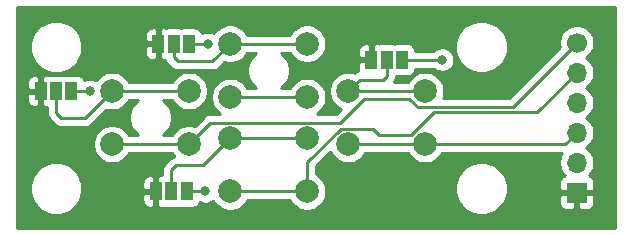
<source format=gbr>
%TF.GenerationSoftware,KiCad,Pcbnew,5.1.7-a382d34a8~88~ubuntu18.04.1*%
%TF.CreationDate,2021-06-07T00:47:52+02:00*%
%TF.ProjectId,button-board-6x6mm-4buttons,62757474-6f6e-42d6-926f-6172642d3678,v1r1*%
%TF.SameCoordinates,Original*%
%TF.FileFunction,Copper,L2,Bot*%
%TF.FilePolarity,Positive*%
%FSLAX46Y46*%
G04 Gerber Fmt 4.6, Leading zero omitted, Abs format (unit mm)*
G04 Created by KiCad (PCBNEW 5.1.7-a382d34a8~88~ubuntu18.04.1) date 2021-06-07 00:47:52*
%MOMM*%
%LPD*%
G01*
G04 APERTURE LIST*
%TA.AperFunction,SMDPad,CuDef*%
%ADD10R,1.000000X1.500000*%
%TD*%
%TA.AperFunction,ComponentPad*%
%ADD11R,1.700000X1.700000*%
%TD*%
%TA.AperFunction,ComponentPad*%
%ADD12O,1.700000X1.700000*%
%TD*%
%TA.AperFunction,ComponentPad*%
%ADD13C,1.700000*%
%TD*%
%TA.AperFunction,ComponentPad*%
%ADD14C,2.000000*%
%TD*%
%TA.AperFunction,ViaPad*%
%ADD15C,0.800000*%
%TD*%
%TA.AperFunction,Conductor*%
%ADD16C,0.250000*%
%TD*%
%TA.AperFunction,Conductor*%
%ADD17C,0.254000*%
%TD*%
%TA.AperFunction,Conductor*%
%ADD18C,0.100000*%
%TD*%
G04 APERTURE END LIST*
D10*
%TO.P,JP4,1*%
%TO.N,GND*%
X67200000Y-37100000D03*
%TO.P,JP4,2*%
%TO.N,Net-(JP4-Pad2)*%
X68500000Y-37100000D03*
%TO.P,JP4,3*%
%TO.N,VCC*%
X69800000Y-37100000D03*
%TD*%
%TO.P,JP3,1*%
%TO.N,GND*%
X49150000Y-35750000D03*
%TO.P,JP3,2*%
%TO.N,Net-(JP3-Pad2)*%
X50450000Y-35750000D03*
%TO.P,JP3,3*%
%TO.N,VCC*%
X51750000Y-35750000D03*
%TD*%
%TO.P,JP2,1*%
%TO.N,GND*%
X48950000Y-48250000D03*
%TO.P,JP2,2*%
%TO.N,Net-(JP2-Pad2)*%
X50250000Y-48250000D03*
%TO.P,JP2,3*%
%TO.N,VCC*%
X51550000Y-48250000D03*
%TD*%
%TO.P,JP1,1*%
%TO.N,GND*%
X39200000Y-39750000D03*
%TO.P,JP1,2*%
%TO.N,Net-(JP1-Pad2)*%
X40500000Y-39750000D03*
%TO.P,JP1,3*%
%TO.N,VCC*%
X41800000Y-39750000D03*
%TD*%
D11*
%TO.P,J1,6*%
%TO.N,GND*%
X84600000Y-48350000D03*
D12*
%TO.P,J1,5*%
%TO.N,VCC*%
X84600000Y-45810000D03*
%TO.P,J1,4*%
%TO.N,Net-(J1-Pad4)*%
X84600000Y-43270000D03*
%TO.P,J1,3*%
%TO.N,Net-(J1-Pad3)*%
X84600000Y-40730000D03*
%TO.P,J1,2*%
%TO.N,Net-(J1-Pad2)*%
X84600000Y-38190000D03*
D13*
%TO.P,J1,1*%
%TO.N,Net-(J1-Pad1)*%
X84600000Y-35650000D03*
%TD*%
D14*
%TO.P,SW4,1*%
%TO.N,Net-(JP4-Pad2)*%
X71750000Y-39750000D03*
%TO.P,SW4,2*%
%TO.N,Net-(J1-Pad4)*%
X71750000Y-44250000D03*
%TO.P,SW4,1*%
%TO.N,Net-(JP4-Pad2)*%
X65250000Y-39750000D03*
%TO.P,SW4,2*%
%TO.N,Net-(J1-Pad4)*%
X65250000Y-44250000D03*
%TD*%
%TO.P,SW3,1*%
%TO.N,Net-(JP3-Pad2)*%
X61750000Y-35750000D03*
%TO.P,SW3,2*%
%TO.N,Net-(J1-Pad3)*%
X61750000Y-40250000D03*
%TO.P,SW3,1*%
%TO.N,Net-(JP3-Pad2)*%
X55250000Y-35750000D03*
%TO.P,SW3,2*%
%TO.N,Net-(J1-Pad3)*%
X55250000Y-40250000D03*
%TD*%
%TO.P,SW2,1*%
%TO.N,Net-(JP2-Pad2)*%
X61750000Y-43750000D03*
%TO.P,SW2,2*%
%TO.N,Net-(J1-Pad2)*%
X61750000Y-48250000D03*
%TO.P,SW2,1*%
%TO.N,Net-(JP2-Pad2)*%
X55250000Y-43750000D03*
%TO.P,SW2,2*%
%TO.N,Net-(J1-Pad2)*%
X55250000Y-48250000D03*
%TD*%
%TO.P,SW1,1*%
%TO.N,Net-(JP1-Pad2)*%
X51750000Y-39750000D03*
%TO.P,SW1,2*%
%TO.N,Net-(J1-Pad1)*%
X51750000Y-44250000D03*
%TO.P,SW1,1*%
%TO.N,Net-(JP1-Pad2)*%
X45250000Y-39750000D03*
%TO.P,SW1,2*%
%TO.N,Net-(J1-Pad1)*%
X45250000Y-44250000D03*
%TD*%
D15*
%TO.N,VCC*%
X73200000Y-37100000D03*
X53350000Y-35750000D03*
X53150000Y-48250000D03*
X43350000Y-39750000D03*
%TD*%
D16*
%TO.N,Net-(J1-Pad3)*%
X55250000Y-40250000D02*
X61750000Y-40250000D01*
%TO.N,VCC*%
X69800000Y-37100000D02*
X73200000Y-37100000D01*
X73200000Y-37100000D02*
X73300000Y-37100000D01*
X51750000Y-35750000D02*
X53350000Y-35750000D01*
X53350000Y-35750000D02*
X53350000Y-35750000D01*
X41800000Y-39750000D02*
X43350000Y-39750000D01*
X51550000Y-48250000D02*
X53150000Y-48250000D01*
X53150000Y-48250000D02*
X53150000Y-48250000D01*
X43350000Y-39750000D02*
X43350000Y-39750000D01*
%TO.N,Net-(J1-Pad4)*%
X83620000Y-44250000D02*
X84600000Y-43270000D01*
X71750000Y-44250000D02*
X83620000Y-44250000D01*
X65250000Y-44250000D02*
X71750000Y-44250000D01*
%TO.N,Net-(J1-Pad2)*%
X55250000Y-48250000D02*
X61750000Y-48250000D01*
X81264989Y-41525011D02*
X84600000Y-38190000D01*
X72513987Y-41525011D02*
X81264989Y-41525011D01*
X67875807Y-43501978D02*
X70537020Y-43501978D01*
X67298828Y-42924999D02*
X67875807Y-43501978D01*
X64613999Y-42924999D02*
X67298828Y-42924999D01*
X70537020Y-43501978D02*
X72513987Y-41525011D01*
X61750000Y-45788998D02*
X64613999Y-42924999D01*
X61750000Y-48250000D02*
X61750000Y-45788998D01*
%TO.N,Net-(JP1-Pad2)*%
X51750000Y-39750000D02*
X45250000Y-39750000D01*
X45250000Y-39750000D02*
X42950000Y-42050000D01*
X42950000Y-42050000D02*
X40950000Y-42050000D01*
X40500000Y-41600000D02*
X40500000Y-39750000D01*
X40950000Y-42050000D02*
X40500000Y-41600000D01*
%TO.N,Net-(JP2-Pad2)*%
X61750000Y-43750000D02*
X55250000Y-43750000D01*
X55250000Y-43750000D02*
X52950000Y-46050000D01*
X52950000Y-46050000D02*
X50650000Y-46050000D01*
X50250000Y-46450000D02*
X50250000Y-48250000D01*
X50650000Y-46050000D02*
X50250000Y-46450000D01*
%TO.N,Net-(JP3-Pad2)*%
X61750000Y-35750000D02*
X55250000Y-35750000D01*
X55250000Y-35750000D02*
X53750000Y-37250000D01*
X53750000Y-37250000D02*
X50800000Y-37250000D01*
X50450000Y-36900000D02*
X50450000Y-35750000D01*
X50800000Y-37250000D02*
X50450000Y-36900000D01*
%TO.N,Net-(JP4-Pad2)*%
X71750000Y-39750000D02*
X65250000Y-39750000D01*
X68500000Y-38500000D02*
X68500000Y-37100000D01*
X68200000Y-38800000D02*
X68500000Y-38500000D01*
X65250000Y-39750000D02*
X66200000Y-38800000D01*
X66200000Y-38800000D02*
X68200000Y-38800000D01*
%TO.N,Net-(J1-Pad1)*%
X79174999Y-41075001D02*
X84600000Y-35650000D01*
X71113999Y-41075001D02*
X79174999Y-41075001D01*
X70424999Y-40386001D02*
X71113999Y-41075001D01*
X66575001Y-40386001D02*
X70424999Y-40386001D01*
X64536003Y-42424999D02*
X66575001Y-40386001D01*
X53575001Y-42424999D02*
X64536003Y-42424999D01*
X51750000Y-44250000D02*
X53575001Y-42424999D01*
X51750000Y-44250000D02*
X45250000Y-44250000D01*
%TD*%
D17*
%TO.N,GND*%
X87840001Y-51340000D02*
X37160000Y-51340000D01*
X37160000Y-47796552D01*
X38270380Y-47796552D01*
X38270380Y-48236808D01*
X38356270Y-48668605D01*
X38524749Y-49075349D01*
X38769342Y-49441409D01*
X39080651Y-49752718D01*
X39446711Y-49997311D01*
X39853455Y-50165790D01*
X40285252Y-50251680D01*
X40725508Y-50251680D01*
X41157305Y-50165790D01*
X41564049Y-49997311D01*
X41930109Y-49752718D01*
X42241418Y-49441409D01*
X42486011Y-49075349D01*
X42517221Y-49000000D01*
X47811928Y-49000000D01*
X47824188Y-49124482D01*
X47860498Y-49244180D01*
X47919463Y-49354494D01*
X47998815Y-49451185D01*
X48095506Y-49530537D01*
X48205820Y-49589502D01*
X48325518Y-49625812D01*
X48450000Y-49638072D01*
X48664250Y-49635000D01*
X48823000Y-49476250D01*
X48823000Y-48377000D01*
X47973750Y-48377000D01*
X47815000Y-48535750D01*
X47811928Y-49000000D01*
X42517221Y-49000000D01*
X42654490Y-48668605D01*
X42740380Y-48236808D01*
X42740380Y-47796552D01*
X42681392Y-47500000D01*
X47811928Y-47500000D01*
X47815000Y-47964250D01*
X47973750Y-48123000D01*
X48823000Y-48123000D01*
X48823000Y-47023750D01*
X48664250Y-46865000D01*
X48450000Y-46861928D01*
X48325518Y-46874188D01*
X48205820Y-46910498D01*
X48095506Y-46969463D01*
X47998815Y-47048815D01*
X47919463Y-47145506D01*
X47860498Y-47255820D01*
X47824188Y-47375518D01*
X47811928Y-47500000D01*
X42681392Y-47500000D01*
X42654490Y-47364755D01*
X42486011Y-46958011D01*
X42241418Y-46591951D01*
X41930109Y-46280642D01*
X41564049Y-46036049D01*
X41157305Y-45867570D01*
X40725508Y-45781680D01*
X40285252Y-45781680D01*
X39853455Y-45867570D01*
X39446711Y-46036049D01*
X39080651Y-46280642D01*
X38769342Y-46591951D01*
X38524749Y-46958011D01*
X38356270Y-47364755D01*
X38270380Y-47796552D01*
X37160000Y-47796552D01*
X37160000Y-40500000D01*
X38061928Y-40500000D01*
X38074188Y-40624482D01*
X38110498Y-40744180D01*
X38169463Y-40854494D01*
X38248815Y-40951185D01*
X38345506Y-41030537D01*
X38455820Y-41089502D01*
X38575518Y-41125812D01*
X38700000Y-41138072D01*
X38914250Y-41135000D01*
X39073000Y-40976250D01*
X39073000Y-39877000D01*
X38223750Y-39877000D01*
X38065000Y-40035750D01*
X38061928Y-40500000D01*
X37160000Y-40500000D01*
X37160000Y-39000000D01*
X38061928Y-39000000D01*
X38065000Y-39464250D01*
X38223750Y-39623000D01*
X39073000Y-39623000D01*
X39073000Y-38523750D01*
X39327000Y-38523750D01*
X39327000Y-39623000D01*
X39347000Y-39623000D01*
X39347000Y-39877000D01*
X39327000Y-39877000D01*
X39327000Y-40976250D01*
X39485750Y-41135000D01*
X39700000Y-41138072D01*
X39740000Y-41134132D01*
X39740000Y-41562677D01*
X39736324Y-41600000D01*
X39740000Y-41637322D01*
X39740000Y-41637332D01*
X39750997Y-41748985D01*
X39791793Y-41883475D01*
X39794454Y-41892246D01*
X39865026Y-42024276D01*
X39898458Y-42065012D01*
X39959999Y-42140001D01*
X39989003Y-42163804D01*
X40386196Y-42560997D01*
X40409999Y-42590001D01*
X40483146Y-42650031D01*
X40525723Y-42684974D01*
X40609960Y-42730000D01*
X40657753Y-42755546D01*
X40801014Y-42799003D01*
X40912667Y-42810000D01*
X40912676Y-42810000D01*
X40949999Y-42813676D01*
X40987322Y-42810000D01*
X42912678Y-42810000D01*
X42950000Y-42813676D01*
X42987322Y-42810000D01*
X42987333Y-42810000D01*
X43098986Y-42799003D01*
X43242247Y-42755546D01*
X43374276Y-42684974D01*
X43490001Y-42590001D01*
X43513804Y-42560997D01*
X44758625Y-41316177D01*
X44773088Y-41322168D01*
X45088967Y-41385000D01*
X45411033Y-41385000D01*
X45726912Y-41322168D01*
X46024463Y-41198918D01*
X46292252Y-41019987D01*
X46519987Y-40792252D01*
X46698918Y-40524463D01*
X46704909Y-40510000D01*
X47451891Y-40510000D01*
X47339060Y-40585391D01*
X47085391Y-40839060D01*
X46886084Y-41137344D01*
X46748799Y-41468779D01*
X46678812Y-41820629D01*
X46678812Y-42179371D01*
X46748799Y-42531221D01*
X46886084Y-42862656D01*
X47085391Y-43160940D01*
X47339060Y-43414609D01*
X47451891Y-43490000D01*
X46704909Y-43490000D01*
X46698918Y-43475537D01*
X46519987Y-43207748D01*
X46292252Y-42980013D01*
X46024463Y-42801082D01*
X45726912Y-42677832D01*
X45411033Y-42615000D01*
X45088967Y-42615000D01*
X44773088Y-42677832D01*
X44475537Y-42801082D01*
X44207748Y-42980013D01*
X43980013Y-43207748D01*
X43801082Y-43475537D01*
X43677832Y-43773088D01*
X43615000Y-44088967D01*
X43615000Y-44411033D01*
X43677832Y-44726912D01*
X43801082Y-45024463D01*
X43980013Y-45292252D01*
X44207748Y-45519987D01*
X44475537Y-45698918D01*
X44773088Y-45822168D01*
X45088967Y-45885000D01*
X45411033Y-45885000D01*
X45726912Y-45822168D01*
X46024463Y-45698918D01*
X46292252Y-45519987D01*
X46519987Y-45292252D01*
X46698918Y-45024463D01*
X46704909Y-45010000D01*
X50295091Y-45010000D01*
X50301082Y-45024463D01*
X50480013Y-45292252D01*
X50491610Y-45303849D01*
X50357753Y-45344454D01*
X50225724Y-45415026D01*
X50109999Y-45509999D01*
X50086200Y-45538998D01*
X49739002Y-45886197D01*
X49709999Y-45909999D01*
X49675553Y-45951972D01*
X49615026Y-46025724D01*
X49602050Y-46050001D01*
X49544454Y-46157754D01*
X49500997Y-46301015D01*
X49490000Y-46412668D01*
X49490000Y-46412678D01*
X49486324Y-46450000D01*
X49490000Y-46487323D01*
X49490000Y-46865868D01*
X49450000Y-46861928D01*
X49235750Y-46865000D01*
X49077000Y-47023750D01*
X49077000Y-48123000D01*
X49097000Y-48123000D01*
X49097000Y-48377000D01*
X49077000Y-48377000D01*
X49077000Y-49476250D01*
X49235750Y-49635000D01*
X49450000Y-49638072D01*
X49574482Y-49625812D01*
X49600000Y-49618071D01*
X49625518Y-49625812D01*
X49750000Y-49638072D01*
X50750000Y-49638072D01*
X50874482Y-49625812D01*
X50900000Y-49618071D01*
X50925518Y-49625812D01*
X51050000Y-49638072D01*
X52050000Y-49638072D01*
X52174482Y-49625812D01*
X52294180Y-49589502D01*
X52404494Y-49530537D01*
X52501185Y-49451185D01*
X52580537Y-49354494D01*
X52639502Y-49244180D01*
X52662505Y-49168349D01*
X52848102Y-49245226D01*
X53048061Y-49285000D01*
X53251939Y-49285000D01*
X53451898Y-49245226D01*
X53640256Y-49167205D01*
X53809774Y-49053937D01*
X53816369Y-49047342D01*
X53980013Y-49292252D01*
X54207748Y-49519987D01*
X54475537Y-49698918D01*
X54773088Y-49822168D01*
X55088967Y-49885000D01*
X55411033Y-49885000D01*
X55726912Y-49822168D01*
X56024463Y-49698918D01*
X56292252Y-49519987D01*
X56519987Y-49292252D01*
X56698918Y-49024463D01*
X56704909Y-49010000D01*
X60295091Y-49010000D01*
X60301082Y-49024463D01*
X60480013Y-49292252D01*
X60707748Y-49519987D01*
X60975537Y-49698918D01*
X61273088Y-49822168D01*
X61588967Y-49885000D01*
X61911033Y-49885000D01*
X62226912Y-49822168D01*
X62524463Y-49698918D01*
X62792252Y-49519987D01*
X63019987Y-49292252D01*
X63198918Y-49024463D01*
X63322168Y-48726912D01*
X63385000Y-48411033D01*
X63385000Y-48088967D01*
X63326836Y-47796552D01*
X74262180Y-47796552D01*
X74262180Y-48236808D01*
X74348070Y-48668605D01*
X74516549Y-49075349D01*
X74761142Y-49441409D01*
X75072451Y-49752718D01*
X75438511Y-49997311D01*
X75845255Y-50165790D01*
X76277052Y-50251680D01*
X76717308Y-50251680D01*
X77149105Y-50165790D01*
X77555849Y-49997311D01*
X77921909Y-49752718D01*
X78233218Y-49441409D01*
X78394522Y-49200000D01*
X83111928Y-49200000D01*
X83124188Y-49324482D01*
X83160498Y-49444180D01*
X83219463Y-49554494D01*
X83298815Y-49651185D01*
X83395506Y-49730537D01*
X83505820Y-49789502D01*
X83625518Y-49825812D01*
X83750000Y-49838072D01*
X84314250Y-49835000D01*
X84473000Y-49676250D01*
X84473000Y-48477000D01*
X84727000Y-48477000D01*
X84727000Y-49676250D01*
X84885750Y-49835000D01*
X85450000Y-49838072D01*
X85574482Y-49825812D01*
X85694180Y-49789502D01*
X85804494Y-49730537D01*
X85901185Y-49651185D01*
X85980537Y-49554494D01*
X86039502Y-49444180D01*
X86075812Y-49324482D01*
X86088072Y-49200000D01*
X86085000Y-48635750D01*
X85926250Y-48477000D01*
X84727000Y-48477000D01*
X84473000Y-48477000D01*
X83273750Y-48477000D01*
X83115000Y-48635750D01*
X83111928Y-49200000D01*
X78394522Y-49200000D01*
X78477811Y-49075349D01*
X78646290Y-48668605D01*
X78732180Y-48236808D01*
X78732180Y-47796552D01*
X78646290Y-47364755D01*
X78477811Y-46958011D01*
X78233218Y-46591951D01*
X77921909Y-46280642D01*
X77555849Y-46036049D01*
X77149105Y-45867570D01*
X76717308Y-45781680D01*
X76277052Y-45781680D01*
X75845255Y-45867570D01*
X75438511Y-46036049D01*
X75072451Y-46280642D01*
X74761142Y-46591951D01*
X74516549Y-46958011D01*
X74348070Y-47364755D01*
X74262180Y-47796552D01*
X63326836Y-47796552D01*
X63322168Y-47773088D01*
X63198918Y-47475537D01*
X63019987Y-47207748D01*
X62792252Y-46980013D01*
X62524463Y-46801082D01*
X62510000Y-46795091D01*
X62510000Y-46103799D01*
X63739063Y-44874736D01*
X63801082Y-45024463D01*
X63980013Y-45292252D01*
X64207748Y-45519987D01*
X64475537Y-45698918D01*
X64773088Y-45822168D01*
X65088967Y-45885000D01*
X65411033Y-45885000D01*
X65726912Y-45822168D01*
X66024463Y-45698918D01*
X66292252Y-45519987D01*
X66519987Y-45292252D01*
X66698918Y-45024463D01*
X66704909Y-45010000D01*
X70295091Y-45010000D01*
X70301082Y-45024463D01*
X70480013Y-45292252D01*
X70707748Y-45519987D01*
X70975537Y-45698918D01*
X71273088Y-45822168D01*
X71588967Y-45885000D01*
X71911033Y-45885000D01*
X72226912Y-45822168D01*
X72524463Y-45698918D01*
X72792252Y-45519987D01*
X73019987Y-45292252D01*
X73198918Y-45024463D01*
X73204909Y-45010000D01*
X83348549Y-45010000D01*
X83284010Y-45106589D01*
X83172068Y-45376842D01*
X83115000Y-45663740D01*
X83115000Y-45956260D01*
X83172068Y-46243158D01*
X83284010Y-46513411D01*
X83446525Y-46756632D01*
X83578380Y-46888487D01*
X83505820Y-46910498D01*
X83395506Y-46969463D01*
X83298815Y-47048815D01*
X83219463Y-47145506D01*
X83160498Y-47255820D01*
X83124188Y-47375518D01*
X83111928Y-47500000D01*
X83115000Y-48064250D01*
X83273750Y-48223000D01*
X84473000Y-48223000D01*
X84473000Y-48203000D01*
X84727000Y-48203000D01*
X84727000Y-48223000D01*
X85926250Y-48223000D01*
X86085000Y-48064250D01*
X86088072Y-47500000D01*
X86075812Y-47375518D01*
X86039502Y-47255820D01*
X85980537Y-47145506D01*
X85901185Y-47048815D01*
X85804494Y-46969463D01*
X85694180Y-46910498D01*
X85621620Y-46888487D01*
X85753475Y-46756632D01*
X85915990Y-46513411D01*
X86027932Y-46243158D01*
X86085000Y-45956260D01*
X86085000Y-45663740D01*
X86027932Y-45376842D01*
X85915990Y-45106589D01*
X85753475Y-44863368D01*
X85546632Y-44656525D01*
X85372240Y-44540000D01*
X85546632Y-44423475D01*
X85753475Y-44216632D01*
X85915990Y-43973411D01*
X86027932Y-43703158D01*
X86085000Y-43416260D01*
X86085000Y-43123740D01*
X86027932Y-42836842D01*
X85915990Y-42566589D01*
X85753475Y-42323368D01*
X85546632Y-42116525D01*
X85372240Y-42000000D01*
X85546632Y-41883475D01*
X85753475Y-41676632D01*
X85915990Y-41433411D01*
X86027932Y-41163158D01*
X86085000Y-40876260D01*
X86085000Y-40583740D01*
X86027932Y-40296842D01*
X85915990Y-40026589D01*
X85753475Y-39783368D01*
X85546632Y-39576525D01*
X85372240Y-39460000D01*
X85546632Y-39343475D01*
X85753475Y-39136632D01*
X85915990Y-38893411D01*
X86027932Y-38623158D01*
X86085000Y-38336260D01*
X86085000Y-38043740D01*
X86027932Y-37756842D01*
X85915990Y-37486589D01*
X85753475Y-37243368D01*
X85546632Y-37036525D01*
X85372240Y-36920000D01*
X85546632Y-36803475D01*
X85753475Y-36596632D01*
X85915990Y-36353411D01*
X86027932Y-36083158D01*
X86085000Y-35796260D01*
X86085000Y-35503740D01*
X86027932Y-35216842D01*
X85915990Y-34946589D01*
X85753475Y-34703368D01*
X85546632Y-34496525D01*
X85303411Y-34334010D01*
X85033158Y-34222068D01*
X84746260Y-34165000D01*
X84453740Y-34165000D01*
X84166842Y-34222068D01*
X83896589Y-34334010D01*
X83653368Y-34496525D01*
X83446525Y-34703368D01*
X83284010Y-34946589D01*
X83172068Y-35216842D01*
X83115000Y-35503740D01*
X83115000Y-35796260D01*
X83158790Y-36016408D01*
X78860198Y-40315001D01*
X73285680Y-40315001D01*
X73322168Y-40226912D01*
X73385000Y-39911033D01*
X73385000Y-39588967D01*
X73322168Y-39273088D01*
X73198918Y-38975537D01*
X73019987Y-38707748D01*
X72792252Y-38480013D01*
X72524463Y-38301082D01*
X72226912Y-38177832D01*
X71911033Y-38115000D01*
X71588967Y-38115000D01*
X71273088Y-38177832D01*
X70975537Y-38301082D01*
X70707748Y-38480013D01*
X70480013Y-38707748D01*
X70301082Y-38975537D01*
X70295091Y-38990000D01*
X69081036Y-38990000D01*
X69134974Y-38924276D01*
X69205546Y-38792247D01*
X69249003Y-38648986D01*
X69260000Y-38537333D01*
X69260000Y-38537324D01*
X69263676Y-38500001D01*
X69262134Y-38484343D01*
X69300000Y-38488072D01*
X70300000Y-38488072D01*
X70424482Y-38475812D01*
X70544180Y-38439502D01*
X70654494Y-38380537D01*
X70751185Y-38301185D01*
X70830537Y-38204494D01*
X70889502Y-38094180D01*
X70925812Y-37974482D01*
X70937087Y-37860000D01*
X72496289Y-37860000D01*
X72540226Y-37903937D01*
X72709744Y-38017205D01*
X72898102Y-38095226D01*
X73098061Y-38135000D01*
X73301939Y-38135000D01*
X73501898Y-38095226D01*
X73690256Y-38017205D01*
X73859774Y-37903937D01*
X74003937Y-37759774D01*
X74117205Y-37590256D01*
X74195226Y-37401898D01*
X74235000Y-37201939D01*
X74235000Y-36998061D01*
X74195226Y-36798102D01*
X74117205Y-36609744D01*
X74003937Y-36440226D01*
X73859774Y-36296063D01*
X73690256Y-36182795D01*
X73501898Y-36104774D01*
X73301939Y-36065000D01*
X73098061Y-36065000D01*
X72898102Y-36104774D01*
X72709744Y-36182795D01*
X72540226Y-36296063D01*
X72496289Y-36340000D01*
X70937087Y-36340000D01*
X70925812Y-36225518D01*
X70889502Y-36105820D01*
X70830537Y-35995506D01*
X70751185Y-35898815D01*
X70654494Y-35819463D01*
X70611632Y-35796552D01*
X74262180Y-35796552D01*
X74262180Y-36236808D01*
X74348070Y-36668605D01*
X74516549Y-37075349D01*
X74761142Y-37441409D01*
X75072451Y-37752718D01*
X75438511Y-37997311D01*
X75845255Y-38165790D01*
X76277052Y-38251680D01*
X76717308Y-38251680D01*
X77149105Y-38165790D01*
X77555849Y-37997311D01*
X77921909Y-37752718D01*
X78233218Y-37441409D01*
X78477811Y-37075349D01*
X78646290Y-36668605D01*
X78732180Y-36236808D01*
X78732180Y-35796552D01*
X78646290Y-35364755D01*
X78477811Y-34958011D01*
X78233218Y-34591951D01*
X77921909Y-34280642D01*
X77555849Y-34036049D01*
X77149105Y-33867570D01*
X76717308Y-33781680D01*
X76277052Y-33781680D01*
X75845255Y-33867570D01*
X75438511Y-34036049D01*
X75072451Y-34280642D01*
X74761142Y-34591951D01*
X74516549Y-34958011D01*
X74348070Y-35364755D01*
X74262180Y-35796552D01*
X70611632Y-35796552D01*
X70544180Y-35760498D01*
X70424482Y-35724188D01*
X70300000Y-35711928D01*
X69300000Y-35711928D01*
X69175518Y-35724188D01*
X69150000Y-35731929D01*
X69124482Y-35724188D01*
X69000000Y-35711928D01*
X68000000Y-35711928D01*
X67875518Y-35724188D01*
X67850000Y-35731929D01*
X67824482Y-35724188D01*
X67700000Y-35711928D01*
X67485750Y-35715000D01*
X67327000Y-35873750D01*
X67327000Y-36973000D01*
X67347000Y-36973000D01*
X67347000Y-37227000D01*
X67327000Y-37227000D01*
X67327000Y-37247000D01*
X67073000Y-37247000D01*
X67073000Y-37227000D01*
X66223750Y-37227000D01*
X66065000Y-37385750D01*
X66061928Y-37850000D01*
X66074188Y-37974482D01*
X66096053Y-38046561D01*
X66051014Y-38050997D01*
X65908656Y-38094180D01*
X65907753Y-38094454D01*
X65775723Y-38165026D01*
X65748981Y-38186973D01*
X65726912Y-38177832D01*
X65411033Y-38115000D01*
X65088967Y-38115000D01*
X64773088Y-38177832D01*
X64475537Y-38301082D01*
X64207748Y-38480013D01*
X63980013Y-38707748D01*
X63801082Y-38975537D01*
X63677832Y-39273088D01*
X63615000Y-39588967D01*
X63615000Y-39911033D01*
X63677832Y-40226912D01*
X63801082Y-40524463D01*
X63980013Y-40792252D01*
X64207748Y-41019987D01*
X64475537Y-41198918D01*
X64625264Y-41260937D01*
X64221202Y-41664999D01*
X62575226Y-41664999D01*
X62792252Y-41519987D01*
X63019987Y-41292252D01*
X63198918Y-41024463D01*
X63322168Y-40726912D01*
X63385000Y-40411033D01*
X63385000Y-40088967D01*
X63322168Y-39773088D01*
X63198918Y-39475537D01*
X63019987Y-39207748D01*
X62792252Y-38980013D01*
X62524463Y-38801082D01*
X62226912Y-38677832D01*
X61911033Y-38615000D01*
X61588967Y-38615000D01*
X61273088Y-38677832D01*
X60975537Y-38801082D01*
X60707748Y-38980013D01*
X60480013Y-39207748D01*
X60301082Y-39475537D01*
X60295091Y-39490000D01*
X59548109Y-39490000D01*
X59660940Y-39414609D01*
X59914609Y-39160940D01*
X60113916Y-38862656D01*
X60251201Y-38531221D01*
X60321188Y-38179371D01*
X60321188Y-37820629D01*
X60251201Y-37468779D01*
X60113916Y-37137344D01*
X59914609Y-36839060D01*
X59660940Y-36585391D01*
X59548109Y-36510000D01*
X60295091Y-36510000D01*
X60301082Y-36524463D01*
X60480013Y-36792252D01*
X60707748Y-37019987D01*
X60975537Y-37198918D01*
X61273088Y-37322168D01*
X61588967Y-37385000D01*
X61911033Y-37385000D01*
X62226912Y-37322168D01*
X62524463Y-37198918D01*
X62792252Y-37019987D01*
X63019987Y-36792252D01*
X63198918Y-36524463D01*
X63271183Y-36350000D01*
X66061928Y-36350000D01*
X66065000Y-36814250D01*
X66223750Y-36973000D01*
X67073000Y-36973000D01*
X67073000Y-35873750D01*
X66914250Y-35715000D01*
X66700000Y-35711928D01*
X66575518Y-35724188D01*
X66455820Y-35760498D01*
X66345506Y-35819463D01*
X66248815Y-35898815D01*
X66169463Y-35995506D01*
X66110498Y-36105820D01*
X66074188Y-36225518D01*
X66061928Y-36350000D01*
X63271183Y-36350000D01*
X63322168Y-36226912D01*
X63385000Y-35911033D01*
X63385000Y-35588967D01*
X63322168Y-35273088D01*
X63198918Y-34975537D01*
X63019987Y-34707748D01*
X62792252Y-34480013D01*
X62524463Y-34301082D01*
X62226912Y-34177832D01*
X61911033Y-34115000D01*
X61588967Y-34115000D01*
X61273088Y-34177832D01*
X60975537Y-34301082D01*
X60707748Y-34480013D01*
X60480013Y-34707748D01*
X60301082Y-34975537D01*
X60295091Y-34990000D01*
X56704909Y-34990000D01*
X56698918Y-34975537D01*
X56519987Y-34707748D01*
X56292252Y-34480013D01*
X56024463Y-34301082D01*
X55726912Y-34177832D01*
X55411033Y-34115000D01*
X55088967Y-34115000D01*
X54773088Y-34177832D01*
X54475537Y-34301082D01*
X54207748Y-34480013D01*
X53980013Y-34707748D01*
X53879112Y-34858757D01*
X53840256Y-34832795D01*
X53651898Y-34754774D01*
X53451939Y-34715000D01*
X53248061Y-34715000D01*
X53048102Y-34754774D01*
X52862505Y-34831651D01*
X52839502Y-34755820D01*
X52780537Y-34645506D01*
X52701185Y-34548815D01*
X52604494Y-34469463D01*
X52494180Y-34410498D01*
X52374482Y-34374188D01*
X52250000Y-34361928D01*
X51250000Y-34361928D01*
X51125518Y-34374188D01*
X51100000Y-34381929D01*
X51074482Y-34374188D01*
X50950000Y-34361928D01*
X49950000Y-34361928D01*
X49825518Y-34374188D01*
X49800000Y-34381929D01*
X49774482Y-34374188D01*
X49650000Y-34361928D01*
X49435750Y-34365000D01*
X49277000Y-34523750D01*
X49277000Y-35623000D01*
X49297000Y-35623000D01*
X49297000Y-35877000D01*
X49277000Y-35877000D01*
X49277000Y-36976250D01*
X49435750Y-37135000D01*
X49650000Y-37138072D01*
X49725758Y-37130611D01*
X49744454Y-37192246D01*
X49815026Y-37324276D01*
X49854871Y-37372826D01*
X49909999Y-37440001D01*
X49939003Y-37463804D01*
X50236196Y-37760997D01*
X50259999Y-37790001D01*
X50375724Y-37884974D01*
X50507753Y-37955546D01*
X50651014Y-37999003D01*
X50762667Y-38010000D01*
X50762675Y-38010000D01*
X50800000Y-38013676D01*
X50837325Y-38010000D01*
X53712678Y-38010000D01*
X53750000Y-38013676D01*
X53787322Y-38010000D01*
X53787333Y-38010000D01*
X53898986Y-37999003D01*
X54042247Y-37955546D01*
X54174276Y-37884974D01*
X54290001Y-37790001D01*
X54313804Y-37760997D01*
X54758624Y-37316177D01*
X54773088Y-37322168D01*
X55088967Y-37385000D01*
X55411033Y-37385000D01*
X55726912Y-37322168D01*
X56024463Y-37198918D01*
X56292252Y-37019987D01*
X56519987Y-36792252D01*
X56698918Y-36524463D01*
X56704909Y-36510000D01*
X57451891Y-36510000D01*
X57339060Y-36585391D01*
X57085391Y-36839060D01*
X56886084Y-37137344D01*
X56748799Y-37468779D01*
X56678812Y-37820629D01*
X56678812Y-38179371D01*
X56748799Y-38531221D01*
X56886084Y-38862656D01*
X57085391Y-39160940D01*
X57339060Y-39414609D01*
X57451891Y-39490000D01*
X56704909Y-39490000D01*
X56698918Y-39475537D01*
X56519987Y-39207748D01*
X56292252Y-38980013D01*
X56024463Y-38801082D01*
X55726912Y-38677832D01*
X55411033Y-38615000D01*
X55088967Y-38615000D01*
X54773088Y-38677832D01*
X54475537Y-38801082D01*
X54207748Y-38980013D01*
X53980013Y-39207748D01*
X53801082Y-39475537D01*
X53677832Y-39773088D01*
X53615000Y-40088967D01*
X53615000Y-40411033D01*
X53677832Y-40726912D01*
X53801082Y-41024463D01*
X53980013Y-41292252D01*
X54207748Y-41519987D01*
X54424774Y-41664999D01*
X53612323Y-41664999D01*
X53575000Y-41661323D01*
X53537677Y-41664999D01*
X53537668Y-41664999D01*
X53426015Y-41675996D01*
X53282754Y-41719453D01*
X53150725Y-41790025D01*
X53035000Y-41884998D01*
X53011202Y-41913996D01*
X52241375Y-42683823D01*
X52226912Y-42677832D01*
X51911033Y-42615000D01*
X51588967Y-42615000D01*
X51273088Y-42677832D01*
X50975537Y-42801082D01*
X50707748Y-42980013D01*
X50480013Y-43207748D01*
X50301082Y-43475537D01*
X50295091Y-43490000D01*
X49548109Y-43490000D01*
X49660940Y-43414609D01*
X49914609Y-43160940D01*
X50113916Y-42862656D01*
X50251201Y-42531221D01*
X50321188Y-42179371D01*
X50321188Y-41820629D01*
X50251201Y-41468779D01*
X50113916Y-41137344D01*
X49914609Y-40839060D01*
X49660940Y-40585391D01*
X49548109Y-40510000D01*
X50295091Y-40510000D01*
X50301082Y-40524463D01*
X50480013Y-40792252D01*
X50707748Y-41019987D01*
X50975537Y-41198918D01*
X51273088Y-41322168D01*
X51588967Y-41385000D01*
X51911033Y-41385000D01*
X52226912Y-41322168D01*
X52524463Y-41198918D01*
X52792252Y-41019987D01*
X53019987Y-40792252D01*
X53198918Y-40524463D01*
X53322168Y-40226912D01*
X53385000Y-39911033D01*
X53385000Y-39588967D01*
X53322168Y-39273088D01*
X53198918Y-38975537D01*
X53019987Y-38707748D01*
X52792252Y-38480013D01*
X52524463Y-38301082D01*
X52226912Y-38177832D01*
X51911033Y-38115000D01*
X51588967Y-38115000D01*
X51273088Y-38177832D01*
X50975537Y-38301082D01*
X50707748Y-38480013D01*
X50480013Y-38707748D01*
X50301082Y-38975537D01*
X50295091Y-38990000D01*
X46704909Y-38990000D01*
X46698918Y-38975537D01*
X46519987Y-38707748D01*
X46292252Y-38480013D01*
X46024463Y-38301082D01*
X45726912Y-38177832D01*
X45411033Y-38115000D01*
X45088967Y-38115000D01*
X44773088Y-38177832D01*
X44475537Y-38301082D01*
X44207748Y-38480013D01*
X43980013Y-38707748D01*
X43879112Y-38858757D01*
X43840256Y-38832795D01*
X43651898Y-38754774D01*
X43451939Y-38715000D01*
X43248061Y-38715000D01*
X43048102Y-38754774D01*
X42906924Y-38813252D01*
X42889502Y-38755820D01*
X42830537Y-38645506D01*
X42751185Y-38548815D01*
X42654494Y-38469463D01*
X42544180Y-38410498D01*
X42424482Y-38374188D01*
X42300000Y-38361928D01*
X41300000Y-38361928D01*
X41175518Y-38374188D01*
X41150000Y-38381929D01*
X41124482Y-38374188D01*
X41000000Y-38361928D01*
X40000000Y-38361928D01*
X39875518Y-38374188D01*
X39850000Y-38381929D01*
X39824482Y-38374188D01*
X39700000Y-38361928D01*
X39485750Y-38365000D01*
X39327000Y-38523750D01*
X39073000Y-38523750D01*
X38914250Y-38365000D01*
X38700000Y-38361928D01*
X38575518Y-38374188D01*
X38455820Y-38410498D01*
X38345506Y-38469463D01*
X38248815Y-38548815D01*
X38169463Y-38645506D01*
X38110498Y-38755820D01*
X38074188Y-38875518D01*
X38061928Y-39000000D01*
X37160000Y-39000000D01*
X37160000Y-35796552D01*
X38270380Y-35796552D01*
X38270380Y-36236808D01*
X38356270Y-36668605D01*
X38524749Y-37075349D01*
X38769342Y-37441409D01*
X39080651Y-37752718D01*
X39446711Y-37997311D01*
X39853455Y-38165790D01*
X40285252Y-38251680D01*
X40725508Y-38251680D01*
X41157305Y-38165790D01*
X41564049Y-37997311D01*
X41930109Y-37752718D01*
X42241418Y-37441409D01*
X42486011Y-37075349D01*
X42654490Y-36668605D01*
X42688027Y-36500000D01*
X48011928Y-36500000D01*
X48024188Y-36624482D01*
X48060498Y-36744180D01*
X48119463Y-36854494D01*
X48198815Y-36951185D01*
X48295506Y-37030537D01*
X48405820Y-37089502D01*
X48525518Y-37125812D01*
X48650000Y-37138072D01*
X48864250Y-37135000D01*
X49023000Y-36976250D01*
X49023000Y-35877000D01*
X48173750Y-35877000D01*
X48015000Y-36035750D01*
X48011928Y-36500000D01*
X42688027Y-36500000D01*
X42740380Y-36236808D01*
X42740380Y-35796552D01*
X42654490Y-35364755D01*
X42503404Y-35000000D01*
X48011928Y-35000000D01*
X48015000Y-35464250D01*
X48173750Y-35623000D01*
X49023000Y-35623000D01*
X49023000Y-34523750D01*
X48864250Y-34365000D01*
X48650000Y-34361928D01*
X48525518Y-34374188D01*
X48405820Y-34410498D01*
X48295506Y-34469463D01*
X48198815Y-34548815D01*
X48119463Y-34645506D01*
X48060498Y-34755820D01*
X48024188Y-34875518D01*
X48011928Y-35000000D01*
X42503404Y-35000000D01*
X42486011Y-34958011D01*
X42241418Y-34591951D01*
X41930109Y-34280642D01*
X41564049Y-34036049D01*
X41157305Y-33867570D01*
X40725508Y-33781680D01*
X40285252Y-33781680D01*
X39853455Y-33867570D01*
X39446711Y-34036049D01*
X39080651Y-34280642D01*
X38769342Y-34591951D01*
X38524749Y-34958011D01*
X38356270Y-35364755D01*
X38270380Y-35796552D01*
X37160000Y-35796552D01*
X37160000Y-32667275D01*
X37160666Y-32660487D01*
X37165301Y-32660000D01*
X87840000Y-32660000D01*
X87840001Y-51340000D01*
%TA.AperFunction,Conductor*%
D18*
G36*
X87840001Y-51340000D02*
G01*
X37160000Y-51340000D01*
X37160000Y-47796552D01*
X38270380Y-47796552D01*
X38270380Y-48236808D01*
X38356270Y-48668605D01*
X38524749Y-49075349D01*
X38769342Y-49441409D01*
X39080651Y-49752718D01*
X39446711Y-49997311D01*
X39853455Y-50165790D01*
X40285252Y-50251680D01*
X40725508Y-50251680D01*
X41157305Y-50165790D01*
X41564049Y-49997311D01*
X41930109Y-49752718D01*
X42241418Y-49441409D01*
X42486011Y-49075349D01*
X42517221Y-49000000D01*
X47811928Y-49000000D01*
X47824188Y-49124482D01*
X47860498Y-49244180D01*
X47919463Y-49354494D01*
X47998815Y-49451185D01*
X48095506Y-49530537D01*
X48205820Y-49589502D01*
X48325518Y-49625812D01*
X48450000Y-49638072D01*
X48664250Y-49635000D01*
X48823000Y-49476250D01*
X48823000Y-48377000D01*
X47973750Y-48377000D01*
X47815000Y-48535750D01*
X47811928Y-49000000D01*
X42517221Y-49000000D01*
X42654490Y-48668605D01*
X42740380Y-48236808D01*
X42740380Y-47796552D01*
X42681392Y-47500000D01*
X47811928Y-47500000D01*
X47815000Y-47964250D01*
X47973750Y-48123000D01*
X48823000Y-48123000D01*
X48823000Y-47023750D01*
X48664250Y-46865000D01*
X48450000Y-46861928D01*
X48325518Y-46874188D01*
X48205820Y-46910498D01*
X48095506Y-46969463D01*
X47998815Y-47048815D01*
X47919463Y-47145506D01*
X47860498Y-47255820D01*
X47824188Y-47375518D01*
X47811928Y-47500000D01*
X42681392Y-47500000D01*
X42654490Y-47364755D01*
X42486011Y-46958011D01*
X42241418Y-46591951D01*
X41930109Y-46280642D01*
X41564049Y-46036049D01*
X41157305Y-45867570D01*
X40725508Y-45781680D01*
X40285252Y-45781680D01*
X39853455Y-45867570D01*
X39446711Y-46036049D01*
X39080651Y-46280642D01*
X38769342Y-46591951D01*
X38524749Y-46958011D01*
X38356270Y-47364755D01*
X38270380Y-47796552D01*
X37160000Y-47796552D01*
X37160000Y-40500000D01*
X38061928Y-40500000D01*
X38074188Y-40624482D01*
X38110498Y-40744180D01*
X38169463Y-40854494D01*
X38248815Y-40951185D01*
X38345506Y-41030537D01*
X38455820Y-41089502D01*
X38575518Y-41125812D01*
X38700000Y-41138072D01*
X38914250Y-41135000D01*
X39073000Y-40976250D01*
X39073000Y-39877000D01*
X38223750Y-39877000D01*
X38065000Y-40035750D01*
X38061928Y-40500000D01*
X37160000Y-40500000D01*
X37160000Y-39000000D01*
X38061928Y-39000000D01*
X38065000Y-39464250D01*
X38223750Y-39623000D01*
X39073000Y-39623000D01*
X39073000Y-38523750D01*
X39327000Y-38523750D01*
X39327000Y-39623000D01*
X39347000Y-39623000D01*
X39347000Y-39877000D01*
X39327000Y-39877000D01*
X39327000Y-40976250D01*
X39485750Y-41135000D01*
X39700000Y-41138072D01*
X39740000Y-41134132D01*
X39740000Y-41562677D01*
X39736324Y-41600000D01*
X39740000Y-41637322D01*
X39740000Y-41637332D01*
X39750997Y-41748985D01*
X39791793Y-41883475D01*
X39794454Y-41892246D01*
X39865026Y-42024276D01*
X39898458Y-42065012D01*
X39959999Y-42140001D01*
X39989003Y-42163804D01*
X40386196Y-42560997D01*
X40409999Y-42590001D01*
X40483146Y-42650031D01*
X40525723Y-42684974D01*
X40609960Y-42730000D01*
X40657753Y-42755546D01*
X40801014Y-42799003D01*
X40912667Y-42810000D01*
X40912676Y-42810000D01*
X40949999Y-42813676D01*
X40987322Y-42810000D01*
X42912678Y-42810000D01*
X42950000Y-42813676D01*
X42987322Y-42810000D01*
X42987333Y-42810000D01*
X43098986Y-42799003D01*
X43242247Y-42755546D01*
X43374276Y-42684974D01*
X43490001Y-42590001D01*
X43513804Y-42560997D01*
X44758625Y-41316177D01*
X44773088Y-41322168D01*
X45088967Y-41385000D01*
X45411033Y-41385000D01*
X45726912Y-41322168D01*
X46024463Y-41198918D01*
X46292252Y-41019987D01*
X46519987Y-40792252D01*
X46698918Y-40524463D01*
X46704909Y-40510000D01*
X47451891Y-40510000D01*
X47339060Y-40585391D01*
X47085391Y-40839060D01*
X46886084Y-41137344D01*
X46748799Y-41468779D01*
X46678812Y-41820629D01*
X46678812Y-42179371D01*
X46748799Y-42531221D01*
X46886084Y-42862656D01*
X47085391Y-43160940D01*
X47339060Y-43414609D01*
X47451891Y-43490000D01*
X46704909Y-43490000D01*
X46698918Y-43475537D01*
X46519987Y-43207748D01*
X46292252Y-42980013D01*
X46024463Y-42801082D01*
X45726912Y-42677832D01*
X45411033Y-42615000D01*
X45088967Y-42615000D01*
X44773088Y-42677832D01*
X44475537Y-42801082D01*
X44207748Y-42980013D01*
X43980013Y-43207748D01*
X43801082Y-43475537D01*
X43677832Y-43773088D01*
X43615000Y-44088967D01*
X43615000Y-44411033D01*
X43677832Y-44726912D01*
X43801082Y-45024463D01*
X43980013Y-45292252D01*
X44207748Y-45519987D01*
X44475537Y-45698918D01*
X44773088Y-45822168D01*
X45088967Y-45885000D01*
X45411033Y-45885000D01*
X45726912Y-45822168D01*
X46024463Y-45698918D01*
X46292252Y-45519987D01*
X46519987Y-45292252D01*
X46698918Y-45024463D01*
X46704909Y-45010000D01*
X50295091Y-45010000D01*
X50301082Y-45024463D01*
X50480013Y-45292252D01*
X50491610Y-45303849D01*
X50357753Y-45344454D01*
X50225724Y-45415026D01*
X50109999Y-45509999D01*
X50086200Y-45538998D01*
X49739002Y-45886197D01*
X49709999Y-45909999D01*
X49675553Y-45951972D01*
X49615026Y-46025724D01*
X49602050Y-46050001D01*
X49544454Y-46157754D01*
X49500997Y-46301015D01*
X49490000Y-46412668D01*
X49490000Y-46412678D01*
X49486324Y-46450000D01*
X49490000Y-46487323D01*
X49490000Y-46865868D01*
X49450000Y-46861928D01*
X49235750Y-46865000D01*
X49077000Y-47023750D01*
X49077000Y-48123000D01*
X49097000Y-48123000D01*
X49097000Y-48377000D01*
X49077000Y-48377000D01*
X49077000Y-49476250D01*
X49235750Y-49635000D01*
X49450000Y-49638072D01*
X49574482Y-49625812D01*
X49600000Y-49618071D01*
X49625518Y-49625812D01*
X49750000Y-49638072D01*
X50750000Y-49638072D01*
X50874482Y-49625812D01*
X50900000Y-49618071D01*
X50925518Y-49625812D01*
X51050000Y-49638072D01*
X52050000Y-49638072D01*
X52174482Y-49625812D01*
X52294180Y-49589502D01*
X52404494Y-49530537D01*
X52501185Y-49451185D01*
X52580537Y-49354494D01*
X52639502Y-49244180D01*
X52662505Y-49168349D01*
X52848102Y-49245226D01*
X53048061Y-49285000D01*
X53251939Y-49285000D01*
X53451898Y-49245226D01*
X53640256Y-49167205D01*
X53809774Y-49053937D01*
X53816369Y-49047342D01*
X53980013Y-49292252D01*
X54207748Y-49519987D01*
X54475537Y-49698918D01*
X54773088Y-49822168D01*
X55088967Y-49885000D01*
X55411033Y-49885000D01*
X55726912Y-49822168D01*
X56024463Y-49698918D01*
X56292252Y-49519987D01*
X56519987Y-49292252D01*
X56698918Y-49024463D01*
X56704909Y-49010000D01*
X60295091Y-49010000D01*
X60301082Y-49024463D01*
X60480013Y-49292252D01*
X60707748Y-49519987D01*
X60975537Y-49698918D01*
X61273088Y-49822168D01*
X61588967Y-49885000D01*
X61911033Y-49885000D01*
X62226912Y-49822168D01*
X62524463Y-49698918D01*
X62792252Y-49519987D01*
X63019987Y-49292252D01*
X63198918Y-49024463D01*
X63322168Y-48726912D01*
X63385000Y-48411033D01*
X63385000Y-48088967D01*
X63326836Y-47796552D01*
X74262180Y-47796552D01*
X74262180Y-48236808D01*
X74348070Y-48668605D01*
X74516549Y-49075349D01*
X74761142Y-49441409D01*
X75072451Y-49752718D01*
X75438511Y-49997311D01*
X75845255Y-50165790D01*
X76277052Y-50251680D01*
X76717308Y-50251680D01*
X77149105Y-50165790D01*
X77555849Y-49997311D01*
X77921909Y-49752718D01*
X78233218Y-49441409D01*
X78394522Y-49200000D01*
X83111928Y-49200000D01*
X83124188Y-49324482D01*
X83160498Y-49444180D01*
X83219463Y-49554494D01*
X83298815Y-49651185D01*
X83395506Y-49730537D01*
X83505820Y-49789502D01*
X83625518Y-49825812D01*
X83750000Y-49838072D01*
X84314250Y-49835000D01*
X84473000Y-49676250D01*
X84473000Y-48477000D01*
X84727000Y-48477000D01*
X84727000Y-49676250D01*
X84885750Y-49835000D01*
X85450000Y-49838072D01*
X85574482Y-49825812D01*
X85694180Y-49789502D01*
X85804494Y-49730537D01*
X85901185Y-49651185D01*
X85980537Y-49554494D01*
X86039502Y-49444180D01*
X86075812Y-49324482D01*
X86088072Y-49200000D01*
X86085000Y-48635750D01*
X85926250Y-48477000D01*
X84727000Y-48477000D01*
X84473000Y-48477000D01*
X83273750Y-48477000D01*
X83115000Y-48635750D01*
X83111928Y-49200000D01*
X78394522Y-49200000D01*
X78477811Y-49075349D01*
X78646290Y-48668605D01*
X78732180Y-48236808D01*
X78732180Y-47796552D01*
X78646290Y-47364755D01*
X78477811Y-46958011D01*
X78233218Y-46591951D01*
X77921909Y-46280642D01*
X77555849Y-46036049D01*
X77149105Y-45867570D01*
X76717308Y-45781680D01*
X76277052Y-45781680D01*
X75845255Y-45867570D01*
X75438511Y-46036049D01*
X75072451Y-46280642D01*
X74761142Y-46591951D01*
X74516549Y-46958011D01*
X74348070Y-47364755D01*
X74262180Y-47796552D01*
X63326836Y-47796552D01*
X63322168Y-47773088D01*
X63198918Y-47475537D01*
X63019987Y-47207748D01*
X62792252Y-46980013D01*
X62524463Y-46801082D01*
X62510000Y-46795091D01*
X62510000Y-46103799D01*
X63739063Y-44874736D01*
X63801082Y-45024463D01*
X63980013Y-45292252D01*
X64207748Y-45519987D01*
X64475537Y-45698918D01*
X64773088Y-45822168D01*
X65088967Y-45885000D01*
X65411033Y-45885000D01*
X65726912Y-45822168D01*
X66024463Y-45698918D01*
X66292252Y-45519987D01*
X66519987Y-45292252D01*
X66698918Y-45024463D01*
X66704909Y-45010000D01*
X70295091Y-45010000D01*
X70301082Y-45024463D01*
X70480013Y-45292252D01*
X70707748Y-45519987D01*
X70975537Y-45698918D01*
X71273088Y-45822168D01*
X71588967Y-45885000D01*
X71911033Y-45885000D01*
X72226912Y-45822168D01*
X72524463Y-45698918D01*
X72792252Y-45519987D01*
X73019987Y-45292252D01*
X73198918Y-45024463D01*
X73204909Y-45010000D01*
X83348549Y-45010000D01*
X83284010Y-45106589D01*
X83172068Y-45376842D01*
X83115000Y-45663740D01*
X83115000Y-45956260D01*
X83172068Y-46243158D01*
X83284010Y-46513411D01*
X83446525Y-46756632D01*
X83578380Y-46888487D01*
X83505820Y-46910498D01*
X83395506Y-46969463D01*
X83298815Y-47048815D01*
X83219463Y-47145506D01*
X83160498Y-47255820D01*
X83124188Y-47375518D01*
X83111928Y-47500000D01*
X83115000Y-48064250D01*
X83273750Y-48223000D01*
X84473000Y-48223000D01*
X84473000Y-48203000D01*
X84727000Y-48203000D01*
X84727000Y-48223000D01*
X85926250Y-48223000D01*
X86085000Y-48064250D01*
X86088072Y-47500000D01*
X86075812Y-47375518D01*
X86039502Y-47255820D01*
X85980537Y-47145506D01*
X85901185Y-47048815D01*
X85804494Y-46969463D01*
X85694180Y-46910498D01*
X85621620Y-46888487D01*
X85753475Y-46756632D01*
X85915990Y-46513411D01*
X86027932Y-46243158D01*
X86085000Y-45956260D01*
X86085000Y-45663740D01*
X86027932Y-45376842D01*
X85915990Y-45106589D01*
X85753475Y-44863368D01*
X85546632Y-44656525D01*
X85372240Y-44540000D01*
X85546632Y-44423475D01*
X85753475Y-44216632D01*
X85915990Y-43973411D01*
X86027932Y-43703158D01*
X86085000Y-43416260D01*
X86085000Y-43123740D01*
X86027932Y-42836842D01*
X85915990Y-42566589D01*
X85753475Y-42323368D01*
X85546632Y-42116525D01*
X85372240Y-42000000D01*
X85546632Y-41883475D01*
X85753475Y-41676632D01*
X85915990Y-41433411D01*
X86027932Y-41163158D01*
X86085000Y-40876260D01*
X86085000Y-40583740D01*
X86027932Y-40296842D01*
X85915990Y-40026589D01*
X85753475Y-39783368D01*
X85546632Y-39576525D01*
X85372240Y-39460000D01*
X85546632Y-39343475D01*
X85753475Y-39136632D01*
X85915990Y-38893411D01*
X86027932Y-38623158D01*
X86085000Y-38336260D01*
X86085000Y-38043740D01*
X86027932Y-37756842D01*
X85915990Y-37486589D01*
X85753475Y-37243368D01*
X85546632Y-37036525D01*
X85372240Y-36920000D01*
X85546632Y-36803475D01*
X85753475Y-36596632D01*
X85915990Y-36353411D01*
X86027932Y-36083158D01*
X86085000Y-35796260D01*
X86085000Y-35503740D01*
X86027932Y-35216842D01*
X85915990Y-34946589D01*
X85753475Y-34703368D01*
X85546632Y-34496525D01*
X85303411Y-34334010D01*
X85033158Y-34222068D01*
X84746260Y-34165000D01*
X84453740Y-34165000D01*
X84166842Y-34222068D01*
X83896589Y-34334010D01*
X83653368Y-34496525D01*
X83446525Y-34703368D01*
X83284010Y-34946589D01*
X83172068Y-35216842D01*
X83115000Y-35503740D01*
X83115000Y-35796260D01*
X83158790Y-36016408D01*
X78860198Y-40315001D01*
X73285680Y-40315001D01*
X73322168Y-40226912D01*
X73385000Y-39911033D01*
X73385000Y-39588967D01*
X73322168Y-39273088D01*
X73198918Y-38975537D01*
X73019987Y-38707748D01*
X72792252Y-38480013D01*
X72524463Y-38301082D01*
X72226912Y-38177832D01*
X71911033Y-38115000D01*
X71588967Y-38115000D01*
X71273088Y-38177832D01*
X70975537Y-38301082D01*
X70707748Y-38480013D01*
X70480013Y-38707748D01*
X70301082Y-38975537D01*
X70295091Y-38990000D01*
X69081036Y-38990000D01*
X69134974Y-38924276D01*
X69205546Y-38792247D01*
X69249003Y-38648986D01*
X69260000Y-38537333D01*
X69260000Y-38537324D01*
X69263676Y-38500001D01*
X69262134Y-38484343D01*
X69300000Y-38488072D01*
X70300000Y-38488072D01*
X70424482Y-38475812D01*
X70544180Y-38439502D01*
X70654494Y-38380537D01*
X70751185Y-38301185D01*
X70830537Y-38204494D01*
X70889502Y-38094180D01*
X70925812Y-37974482D01*
X70937087Y-37860000D01*
X72496289Y-37860000D01*
X72540226Y-37903937D01*
X72709744Y-38017205D01*
X72898102Y-38095226D01*
X73098061Y-38135000D01*
X73301939Y-38135000D01*
X73501898Y-38095226D01*
X73690256Y-38017205D01*
X73859774Y-37903937D01*
X74003937Y-37759774D01*
X74117205Y-37590256D01*
X74195226Y-37401898D01*
X74235000Y-37201939D01*
X74235000Y-36998061D01*
X74195226Y-36798102D01*
X74117205Y-36609744D01*
X74003937Y-36440226D01*
X73859774Y-36296063D01*
X73690256Y-36182795D01*
X73501898Y-36104774D01*
X73301939Y-36065000D01*
X73098061Y-36065000D01*
X72898102Y-36104774D01*
X72709744Y-36182795D01*
X72540226Y-36296063D01*
X72496289Y-36340000D01*
X70937087Y-36340000D01*
X70925812Y-36225518D01*
X70889502Y-36105820D01*
X70830537Y-35995506D01*
X70751185Y-35898815D01*
X70654494Y-35819463D01*
X70611632Y-35796552D01*
X74262180Y-35796552D01*
X74262180Y-36236808D01*
X74348070Y-36668605D01*
X74516549Y-37075349D01*
X74761142Y-37441409D01*
X75072451Y-37752718D01*
X75438511Y-37997311D01*
X75845255Y-38165790D01*
X76277052Y-38251680D01*
X76717308Y-38251680D01*
X77149105Y-38165790D01*
X77555849Y-37997311D01*
X77921909Y-37752718D01*
X78233218Y-37441409D01*
X78477811Y-37075349D01*
X78646290Y-36668605D01*
X78732180Y-36236808D01*
X78732180Y-35796552D01*
X78646290Y-35364755D01*
X78477811Y-34958011D01*
X78233218Y-34591951D01*
X77921909Y-34280642D01*
X77555849Y-34036049D01*
X77149105Y-33867570D01*
X76717308Y-33781680D01*
X76277052Y-33781680D01*
X75845255Y-33867570D01*
X75438511Y-34036049D01*
X75072451Y-34280642D01*
X74761142Y-34591951D01*
X74516549Y-34958011D01*
X74348070Y-35364755D01*
X74262180Y-35796552D01*
X70611632Y-35796552D01*
X70544180Y-35760498D01*
X70424482Y-35724188D01*
X70300000Y-35711928D01*
X69300000Y-35711928D01*
X69175518Y-35724188D01*
X69150000Y-35731929D01*
X69124482Y-35724188D01*
X69000000Y-35711928D01*
X68000000Y-35711928D01*
X67875518Y-35724188D01*
X67850000Y-35731929D01*
X67824482Y-35724188D01*
X67700000Y-35711928D01*
X67485750Y-35715000D01*
X67327000Y-35873750D01*
X67327000Y-36973000D01*
X67347000Y-36973000D01*
X67347000Y-37227000D01*
X67327000Y-37227000D01*
X67327000Y-37247000D01*
X67073000Y-37247000D01*
X67073000Y-37227000D01*
X66223750Y-37227000D01*
X66065000Y-37385750D01*
X66061928Y-37850000D01*
X66074188Y-37974482D01*
X66096053Y-38046561D01*
X66051014Y-38050997D01*
X65908656Y-38094180D01*
X65907753Y-38094454D01*
X65775723Y-38165026D01*
X65748981Y-38186973D01*
X65726912Y-38177832D01*
X65411033Y-38115000D01*
X65088967Y-38115000D01*
X64773088Y-38177832D01*
X64475537Y-38301082D01*
X64207748Y-38480013D01*
X63980013Y-38707748D01*
X63801082Y-38975537D01*
X63677832Y-39273088D01*
X63615000Y-39588967D01*
X63615000Y-39911033D01*
X63677832Y-40226912D01*
X63801082Y-40524463D01*
X63980013Y-40792252D01*
X64207748Y-41019987D01*
X64475537Y-41198918D01*
X64625264Y-41260937D01*
X64221202Y-41664999D01*
X62575226Y-41664999D01*
X62792252Y-41519987D01*
X63019987Y-41292252D01*
X63198918Y-41024463D01*
X63322168Y-40726912D01*
X63385000Y-40411033D01*
X63385000Y-40088967D01*
X63322168Y-39773088D01*
X63198918Y-39475537D01*
X63019987Y-39207748D01*
X62792252Y-38980013D01*
X62524463Y-38801082D01*
X62226912Y-38677832D01*
X61911033Y-38615000D01*
X61588967Y-38615000D01*
X61273088Y-38677832D01*
X60975537Y-38801082D01*
X60707748Y-38980013D01*
X60480013Y-39207748D01*
X60301082Y-39475537D01*
X60295091Y-39490000D01*
X59548109Y-39490000D01*
X59660940Y-39414609D01*
X59914609Y-39160940D01*
X60113916Y-38862656D01*
X60251201Y-38531221D01*
X60321188Y-38179371D01*
X60321188Y-37820629D01*
X60251201Y-37468779D01*
X60113916Y-37137344D01*
X59914609Y-36839060D01*
X59660940Y-36585391D01*
X59548109Y-36510000D01*
X60295091Y-36510000D01*
X60301082Y-36524463D01*
X60480013Y-36792252D01*
X60707748Y-37019987D01*
X60975537Y-37198918D01*
X61273088Y-37322168D01*
X61588967Y-37385000D01*
X61911033Y-37385000D01*
X62226912Y-37322168D01*
X62524463Y-37198918D01*
X62792252Y-37019987D01*
X63019987Y-36792252D01*
X63198918Y-36524463D01*
X63271183Y-36350000D01*
X66061928Y-36350000D01*
X66065000Y-36814250D01*
X66223750Y-36973000D01*
X67073000Y-36973000D01*
X67073000Y-35873750D01*
X66914250Y-35715000D01*
X66700000Y-35711928D01*
X66575518Y-35724188D01*
X66455820Y-35760498D01*
X66345506Y-35819463D01*
X66248815Y-35898815D01*
X66169463Y-35995506D01*
X66110498Y-36105820D01*
X66074188Y-36225518D01*
X66061928Y-36350000D01*
X63271183Y-36350000D01*
X63322168Y-36226912D01*
X63385000Y-35911033D01*
X63385000Y-35588967D01*
X63322168Y-35273088D01*
X63198918Y-34975537D01*
X63019987Y-34707748D01*
X62792252Y-34480013D01*
X62524463Y-34301082D01*
X62226912Y-34177832D01*
X61911033Y-34115000D01*
X61588967Y-34115000D01*
X61273088Y-34177832D01*
X60975537Y-34301082D01*
X60707748Y-34480013D01*
X60480013Y-34707748D01*
X60301082Y-34975537D01*
X60295091Y-34990000D01*
X56704909Y-34990000D01*
X56698918Y-34975537D01*
X56519987Y-34707748D01*
X56292252Y-34480013D01*
X56024463Y-34301082D01*
X55726912Y-34177832D01*
X55411033Y-34115000D01*
X55088967Y-34115000D01*
X54773088Y-34177832D01*
X54475537Y-34301082D01*
X54207748Y-34480013D01*
X53980013Y-34707748D01*
X53879112Y-34858757D01*
X53840256Y-34832795D01*
X53651898Y-34754774D01*
X53451939Y-34715000D01*
X53248061Y-34715000D01*
X53048102Y-34754774D01*
X52862505Y-34831651D01*
X52839502Y-34755820D01*
X52780537Y-34645506D01*
X52701185Y-34548815D01*
X52604494Y-34469463D01*
X52494180Y-34410498D01*
X52374482Y-34374188D01*
X52250000Y-34361928D01*
X51250000Y-34361928D01*
X51125518Y-34374188D01*
X51100000Y-34381929D01*
X51074482Y-34374188D01*
X50950000Y-34361928D01*
X49950000Y-34361928D01*
X49825518Y-34374188D01*
X49800000Y-34381929D01*
X49774482Y-34374188D01*
X49650000Y-34361928D01*
X49435750Y-34365000D01*
X49277000Y-34523750D01*
X49277000Y-35623000D01*
X49297000Y-35623000D01*
X49297000Y-35877000D01*
X49277000Y-35877000D01*
X49277000Y-36976250D01*
X49435750Y-37135000D01*
X49650000Y-37138072D01*
X49725758Y-37130611D01*
X49744454Y-37192246D01*
X49815026Y-37324276D01*
X49854871Y-37372826D01*
X49909999Y-37440001D01*
X49939003Y-37463804D01*
X50236196Y-37760997D01*
X50259999Y-37790001D01*
X50375724Y-37884974D01*
X50507753Y-37955546D01*
X50651014Y-37999003D01*
X50762667Y-38010000D01*
X50762675Y-38010000D01*
X50800000Y-38013676D01*
X50837325Y-38010000D01*
X53712678Y-38010000D01*
X53750000Y-38013676D01*
X53787322Y-38010000D01*
X53787333Y-38010000D01*
X53898986Y-37999003D01*
X54042247Y-37955546D01*
X54174276Y-37884974D01*
X54290001Y-37790001D01*
X54313804Y-37760997D01*
X54758624Y-37316177D01*
X54773088Y-37322168D01*
X55088967Y-37385000D01*
X55411033Y-37385000D01*
X55726912Y-37322168D01*
X56024463Y-37198918D01*
X56292252Y-37019987D01*
X56519987Y-36792252D01*
X56698918Y-36524463D01*
X56704909Y-36510000D01*
X57451891Y-36510000D01*
X57339060Y-36585391D01*
X57085391Y-36839060D01*
X56886084Y-37137344D01*
X56748799Y-37468779D01*
X56678812Y-37820629D01*
X56678812Y-38179371D01*
X56748799Y-38531221D01*
X56886084Y-38862656D01*
X57085391Y-39160940D01*
X57339060Y-39414609D01*
X57451891Y-39490000D01*
X56704909Y-39490000D01*
X56698918Y-39475537D01*
X56519987Y-39207748D01*
X56292252Y-38980013D01*
X56024463Y-38801082D01*
X55726912Y-38677832D01*
X55411033Y-38615000D01*
X55088967Y-38615000D01*
X54773088Y-38677832D01*
X54475537Y-38801082D01*
X54207748Y-38980013D01*
X53980013Y-39207748D01*
X53801082Y-39475537D01*
X53677832Y-39773088D01*
X53615000Y-40088967D01*
X53615000Y-40411033D01*
X53677832Y-40726912D01*
X53801082Y-41024463D01*
X53980013Y-41292252D01*
X54207748Y-41519987D01*
X54424774Y-41664999D01*
X53612323Y-41664999D01*
X53575000Y-41661323D01*
X53537677Y-41664999D01*
X53537668Y-41664999D01*
X53426015Y-41675996D01*
X53282754Y-41719453D01*
X53150725Y-41790025D01*
X53035000Y-41884998D01*
X53011202Y-41913996D01*
X52241375Y-42683823D01*
X52226912Y-42677832D01*
X51911033Y-42615000D01*
X51588967Y-42615000D01*
X51273088Y-42677832D01*
X50975537Y-42801082D01*
X50707748Y-42980013D01*
X50480013Y-43207748D01*
X50301082Y-43475537D01*
X50295091Y-43490000D01*
X49548109Y-43490000D01*
X49660940Y-43414609D01*
X49914609Y-43160940D01*
X50113916Y-42862656D01*
X50251201Y-42531221D01*
X50321188Y-42179371D01*
X50321188Y-41820629D01*
X50251201Y-41468779D01*
X50113916Y-41137344D01*
X49914609Y-40839060D01*
X49660940Y-40585391D01*
X49548109Y-40510000D01*
X50295091Y-40510000D01*
X50301082Y-40524463D01*
X50480013Y-40792252D01*
X50707748Y-41019987D01*
X50975537Y-41198918D01*
X51273088Y-41322168D01*
X51588967Y-41385000D01*
X51911033Y-41385000D01*
X52226912Y-41322168D01*
X52524463Y-41198918D01*
X52792252Y-41019987D01*
X53019987Y-40792252D01*
X53198918Y-40524463D01*
X53322168Y-40226912D01*
X53385000Y-39911033D01*
X53385000Y-39588967D01*
X53322168Y-39273088D01*
X53198918Y-38975537D01*
X53019987Y-38707748D01*
X52792252Y-38480013D01*
X52524463Y-38301082D01*
X52226912Y-38177832D01*
X51911033Y-38115000D01*
X51588967Y-38115000D01*
X51273088Y-38177832D01*
X50975537Y-38301082D01*
X50707748Y-38480013D01*
X50480013Y-38707748D01*
X50301082Y-38975537D01*
X50295091Y-38990000D01*
X46704909Y-38990000D01*
X46698918Y-38975537D01*
X46519987Y-38707748D01*
X46292252Y-38480013D01*
X46024463Y-38301082D01*
X45726912Y-38177832D01*
X45411033Y-38115000D01*
X45088967Y-38115000D01*
X44773088Y-38177832D01*
X44475537Y-38301082D01*
X44207748Y-38480013D01*
X43980013Y-38707748D01*
X43879112Y-38858757D01*
X43840256Y-38832795D01*
X43651898Y-38754774D01*
X43451939Y-38715000D01*
X43248061Y-38715000D01*
X43048102Y-38754774D01*
X42906924Y-38813252D01*
X42889502Y-38755820D01*
X42830537Y-38645506D01*
X42751185Y-38548815D01*
X42654494Y-38469463D01*
X42544180Y-38410498D01*
X42424482Y-38374188D01*
X42300000Y-38361928D01*
X41300000Y-38361928D01*
X41175518Y-38374188D01*
X41150000Y-38381929D01*
X41124482Y-38374188D01*
X41000000Y-38361928D01*
X40000000Y-38361928D01*
X39875518Y-38374188D01*
X39850000Y-38381929D01*
X39824482Y-38374188D01*
X39700000Y-38361928D01*
X39485750Y-38365000D01*
X39327000Y-38523750D01*
X39073000Y-38523750D01*
X38914250Y-38365000D01*
X38700000Y-38361928D01*
X38575518Y-38374188D01*
X38455820Y-38410498D01*
X38345506Y-38469463D01*
X38248815Y-38548815D01*
X38169463Y-38645506D01*
X38110498Y-38755820D01*
X38074188Y-38875518D01*
X38061928Y-39000000D01*
X37160000Y-39000000D01*
X37160000Y-35796552D01*
X38270380Y-35796552D01*
X38270380Y-36236808D01*
X38356270Y-36668605D01*
X38524749Y-37075349D01*
X38769342Y-37441409D01*
X39080651Y-37752718D01*
X39446711Y-37997311D01*
X39853455Y-38165790D01*
X40285252Y-38251680D01*
X40725508Y-38251680D01*
X41157305Y-38165790D01*
X41564049Y-37997311D01*
X41930109Y-37752718D01*
X42241418Y-37441409D01*
X42486011Y-37075349D01*
X42654490Y-36668605D01*
X42688027Y-36500000D01*
X48011928Y-36500000D01*
X48024188Y-36624482D01*
X48060498Y-36744180D01*
X48119463Y-36854494D01*
X48198815Y-36951185D01*
X48295506Y-37030537D01*
X48405820Y-37089502D01*
X48525518Y-37125812D01*
X48650000Y-37138072D01*
X48864250Y-37135000D01*
X49023000Y-36976250D01*
X49023000Y-35877000D01*
X48173750Y-35877000D01*
X48015000Y-36035750D01*
X48011928Y-36500000D01*
X42688027Y-36500000D01*
X42740380Y-36236808D01*
X42740380Y-35796552D01*
X42654490Y-35364755D01*
X42503404Y-35000000D01*
X48011928Y-35000000D01*
X48015000Y-35464250D01*
X48173750Y-35623000D01*
X49023000Y-35623000D01*
X49023000Y-34523750D01*
X48864250Y-34365000D01*
X48650000Y-34361928D01*
X48525518Y-34374188D01*
X48405820Y-34410498D01*
X48295506Y-34469463D01*
X48198815Y-34548815D01*
X48119463Y-34645506D01*
X48060498Y-34755820D01*
X48024188Y-34875518D01*
X48011928Y-35000000D01*
X42503404Y-35000000D01*
X42486011Y-34958011D01*
X42241418Y-34591951D01*
X41930109Y-34280642D01*
X41564049Y-34036049D01*
X41157305Y-33867570D01*
X40725508Y-33781680D01*
X40285252Y-33781680D01*
X39853455Y-33867570D01*
X39446711Y-34036049D01*
X39080651Y-34280642D01*
X38769342Y-34591951D01*
X38524749Y-34958011D01*
X38356270Y-35364755D01*
X38270380Y-35796552D01*
X37160000Y-35796552D01*
X37160000Y-32667275D01*
X37160666Y-32660487D01*
X37165301Y-32660000D01*
X87840000Y-32660000D01*
X87840001Y-51340000D01*
G37*
%TD.AperFunction*%
%TD*%
M02*

</source>
